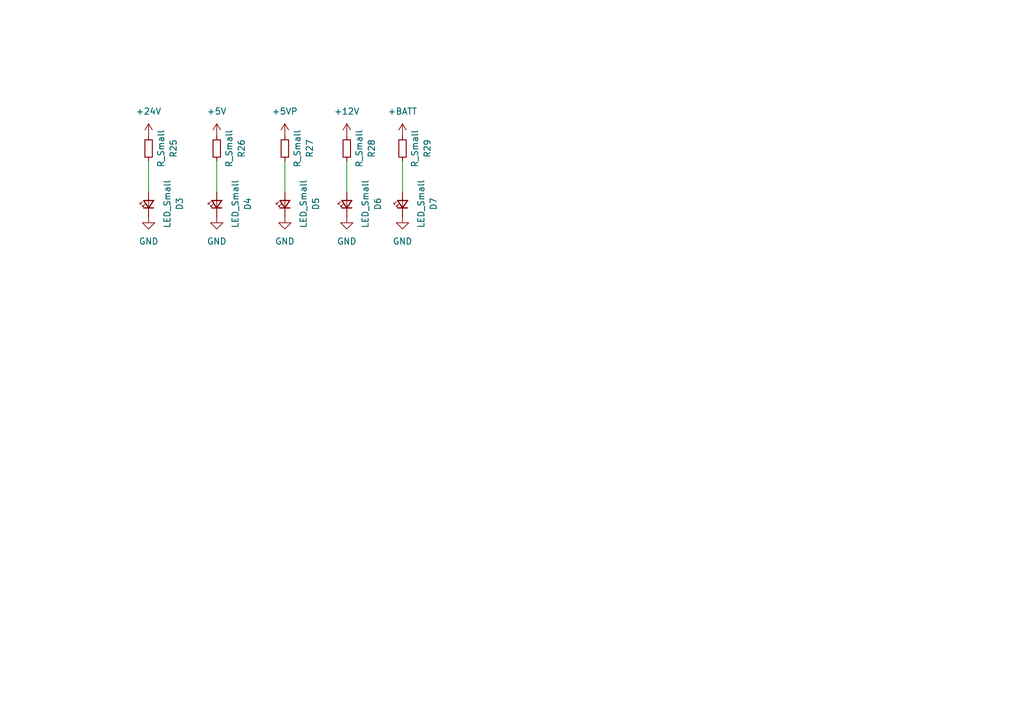
<source format=kicad_sch>
(kicad_sch (version 20250114) (generator "eeschema") (generator_version "9.0")
  (paper "A5")
  (lib_symbols
    (symbol "Device:LED_Small" (pin_numbers (hide yes)) (pin_names (offset 0.254) (hide yes))
      (property "Reference" "D" (at -1.27 3.175 0))
      (property "Value" "LED_Small" (at -4.445 -2.54 0))
      (symbol "LED_Small_0_1"
        (polyline (pts (xy -0.762 -1.016) (xy -0.762 1.016)) (stroke (width 0.254)))
        (polyline (pts (xy 0 0.762) (xy -0.508 1.27) (xy -0.254 1.27) (xy -0.508 1.27) (xy -0.508 1.016)))
        (polyline (pts (xy 0.508 1.27) (xy 0 1.778) (xy 0.254 1.778) (xy 0 1.778) (xy 0 1.524)))
        (polyline (pts (xy 0.762 -1.016) (xy -0.762 0) (xy 0.762 1.016) (xy 0.762 -1.016)) (stroke (width 0.254)))
        (polyline (pts (xy 1.016 0) (xy -0.762 0)))
      )
      (symbol "LED_Small_1_1"
        (pin passive line (at -2.54 0 0) (length 1.778) (name "K") (number "1"))
        (pin passive line (at 2.54 0 180) (length 1.778) (name "A") (number "2"))
      )
    )
    (symbol "Device:R_Small" (pin_numbers (hide yes)) (pin_names (offset 0.254) (hide yes))
      (property "Reference" "R" (at 0.762 0.508 0))
      (property "Value" "R_Small" (at 0.762 -1.016 0))
      (symbol "R_Small_0_1"
        (rectangle (start -0.762 1.778) (end 0.762 -1.778) (stroke (width 0.2032)))
      )
      (symbol "R_Small_1_1"
        (pin passive line (at 0 2.54 270) (length 0.762) (name "~") (number "1"))
        (pin passive line (at 0 -2.54 90) (length 0.762) (name "~") (number "2"))
      )
    )
    (symbol "power:+12V" (power) (pin_numbers (hide yes)) (pin_names (offset 0) (hide yes))
      (property "Value" "+12V" (at 0 3.556 0))
      (symbol "+12V_0_1"
        (polyline (pts (xy -0.762 1.27) (xy 0 2.54)))
        (polyline (pts (xy 0 2.54) (xy 0.762 1.27)))
        (polyline (pts (xy 0 0) (xy 0 2.54)))
      )
      (symbol "+12V_1_1"
        (pin power_in line (at 0 0 90) (length 0) (name "~") (number "1"))
      )
    )
    (symbol "power:+24V" (power) (pin_numbers (hide yes)) (pin_names (offset 0) (hide yes))
      (property "Value" "+24V" (at 0 3.556 0))
      (symbol "+24V_0_1"
        (polyline (pts (xy -0.762 1.27) (xy 0 2.54)))
        (polyline (pts (xy 0 2.54) (xy 0.762 1.27)))
        (polyline (pts (xy 0 0) (xy 0 2.54)))
      )
      (symbol "+24V_1_1"
        (pin power_in line (at 0 0 90) (length 0) (name "~") (number "1"))
      )
    )
    (symbol "power:+5V" (power) (pin_numbers (hide yes)) (pin_names (offset 0) (hide yes))
      (property "Value" "+5V" (at 0 3.556 0))
      (symbol "+5V_0_1"
        (polyline (pts (xy -0.762 1.27) (xy 0 2.54)))
        (polyline (pts (xy 0 2.54) (xy 0.762 1.27)))
        (polyline (pts (xy 0 0) (xy 0 2.54)))
      )
      (symbol "+5V_1_1"
        (pin power_in line (at 0 0 90) (length 0) (name "~") (number "1"))
      )
    )
    (symbol "power:+5VP" (power) (pin_names (offset 0))
      (property "Value" "+5VP" (at 0 3.556 0))
      (symbol "+5VP_0_1"
        (polyline (pts (xy -0.762 1.27) (xy 0 2.54)))
        (polyline (pts (xy 0 2.54) (xy 0.762 1.27)))
        (polyline (pts (xy 0 0) (xy 0 2.54)))
      )
      (symbol "+5VP_1_1"
        (pin power_in line (at 0 0 90) (length 0) (hide yes) (name "+5VP") (number "1"))
      )
    )
    (symbol "power:+BATT" (power) (pin_numbers (hide yes)) (pin_names (offset 0) (hide yes))
      (property "Value" "+BATT" (at 0 3.556 0))
      (symbol "+BATT_0_1"
        (polyline (pts (xy -0.762 1.27) (xy 0 2.54)))
        (polyline (pts (xy 0 2.54) (xy 0.762 1.27)))
        (polyline (pts (xy 0 0) (xy 0 2.54)))
      )
      (symbol "+BATT_1_1"
        (pin power_in line (at 0 0 90) (length 0) (name "~") (number "1"))
      )
    )
    (symbol "power:GND" (power) (pin_numbers (hide yes)) (pin_names (offset 0) (hide yes))
      (property "Value" "GND" (at 0 -3.81 0))
      (symbol "GND_0_1"
        (polyline (pts (xy 0 0) (xy 0 -1.27) (xy 1.27 -1.27) (xy 0 -2.54) (xy -1.27 -1.27) (xy 0 -1.27)))
      )
      (symbol "GND_1_1"
        (pin power_in line (at 0 0 270) (length 0) (name "~") (number "1"))
      )
    )
  )
  (wire (pts (xy 71.12 39.37) (xy 71.12 33.02)))
  (wire (pts (xy 30.48 39.37) (xy 30.48 33.02)))
  (wire (pts (xy 82.55 39.37) (xy 82.55 33.02)))
  (wire (pts (xy 44.45 39.37) (xy 44.45 33.02)))
  (wire (pts (xy 58.42 39.37) (xy 58.42 33.02)))
  (symbol (lib_id "Device:R_Small") (at 71.12 30.48 0) (unit 1)
    (property "Reference" "R28" (at 76.2 30.48 90))
    (property "Value" "R_Small" (at 73.66 30.48 90))
    (property "Footprint" "LED_SMD:LED_1206_3216Metric_Pad1.42x1.75mm_HandSolder" (effects (hide yes)))
  )
  (symbol (lib_id "Device:LED_Small") (at 44.45 41.91 90) (unit 1)
    (property "Reference" "D4" (at 50.8 41.8465 0))
    (property "Value" "LED_Small" (at 48.26 41.8465 0))
    (property "Footprint" "LED_SMD:LED_1206_3216Metric_Pad1.42x1.75mm_HandSolder" (effects (hide yes)))
  )
  (symbol (lib_id "Device:R_Small") (at 44.45 30.48 0) (unit 1)
    (property "Reference" "R26" (at 49.53 30.48 90))
    (property "Value" "R_Small" (at 46.99 30.48 90))
    (property "Footprint" "LED_SMD:LED_1206_3216Metric_Pad1.42x1.75mm_HandSolder" (effects (hide yes)))
  )
  (symbol (lib_id "power:GND") (at 58.42 44.45 0) (unit 1)
    (property "Reference" "#PWR098" (effects (hide yes)))
    (property "Value" "GND" (at 58.42 49.53 0))
  )
  (symbol (lib_id "Device:R_Small") (at 58.42 30.48 0) (unit 1)
    (property "Reference" "R27" (at 63.5 30.48 90))
    (property "Value" "R_Small" (at 60.96 30.48 90))
    (property "Footprint" "LED_SMD:LED_1206_3216Metric_Pad1.42x1.75mm_HandSolder" (effects (hide yes)))
  )
  (symbol (lib_id "power:GND") (at 44.45 44.45 0) (unit 1)
    (property "Reference" "#PWR097" (effects (hide yes)))
    (property "Value" "GND" (at 44.45 49.53 0))
  )
  (symbol (lib_id "power:GND") (at 30.48 44.45 0) (unit 1)
    (property "Reference" "#PWR096" (effects (hide yes)))
    (property "Value" "GND" (at 30.48 49.53 0))
  )
  (symbol (lib_id "Device:R_Small") (at 30.48 30.48 0) (unit 1)
    (property "Reference" "R25" (at 35.56 30.48 90))
    (property "Value" "R_Small" (at 33.02 30.48 90))
    (property "Footprint" "LED_SMD:LED_1206_3216Metric_Pad1.42x1.75mm_HandSolder" (effects (hide yes)))
  )
  (symbol (lib_id "power:GND") (at 71.12 44.45 0) (unit 1)
    (property "Reference" "#PWR099" (effects (hide yes)))
    (property "Value" "GND" (at 71.12 49.53 0))
  )
  (symbol (lib_id "Device:LED_Small") (at 82.55 41.91 90) (unit 1)
    (property "Reference" "D7" (at 88.9 41.8465 0))
    (property "Value" "LED_Small" (at 86.36 41.8465 0))
    (property "Footprint" "LED_SMD:LED_1206_3216Metric_Pad1.42x1.75mm_HandSolder" (effects (hide yes)))
  )
  (symbol (lib_id "power:GND") (at 82.55 44.45 0) (unit 1)
    (property "Reference" "#PWR0105" (effects (hide yes)))
    (property "Value" "GND" (at 82.55 49.53 0))
  )
  (symbol (lib_id "power:+5VP") (at 58.42 27.94 0) (unit 1)
    (property "Reference" "#PWR0102" (effects (hide yes)))
    (property "Value" "+5VP" (at 58.42 22.86 0))
  )
  (symbol (lib_id "power:+BATT") (at 82.55 27.94 0) (unit 1)
    (property "Reference" "#PWR0104" (effects (hide yes)))
    (property "Value" "+BATT" (at 82.55 22.86 0))
  )
  (symbol (lib_id "Device:LED_Small") (at 58.42 41.91 90) (unit 1)
    (property "Reference" "D5" (at 64.77 41.8465 0))
    (property "Value" "LED_Small" (at 62.23 41.8465 0))
    (property "Footprint" "LED_SMD:LED_1206_3216Metric_Pad1.42x1.75mm_HandSolder" (effects (hide yes)))
  )
  (symbol (lib_id "power:+24V") (at 30.48 27.94 0) (unit 1)
    (property "Reference" "#PWR031" (effects (hide yes)))
    (property "Value" "+24V" (at 30.48 22.86 0))
    (property "Description" "Power symbol creates a global label with name \"+24V\"" (effects (hide yes)))
  )
  (symbol (lib_id "Device:R_Small") (at 82.55 30.48 0) (unit 1)
    (property "Reference" "R29" (at 87.63 30.48 90))
    (property "Value" "R_Small" (at 85.09 30.48 90))
    (property "Footprint" "LED_SMD:LED_1206_3216Metric_Pad1.42x1.75mm_HandSolder" (effects (hide yes)))
  )
  (symbol (lib_id "Device:LED_Small") (at 30.48 41.91 90) (unit 1)
    (property "Reference" "D3" (at 36.83 41.8465 0))
    (property "Value" "LED_Small" (at 34.29 41.8465 0))
    (property "Footprint" "LED_SMD:LED_1206_3216Metric_Pad1.42x1.75mm_HandSolder" (effects (hide yes)))
  )
  (symbol (lib_id "power:+12V") (at 71.12 27.94 0) (unit 1)
    (property "Reference" "#PWR0103" (effects (hide yes)))
    (property "Value" "+12V" (at 71.12 22.86 0))
  )
  (symbol (lib_id "Device:LED_Small") (at 71.12 41.91 90) (unit 1)
    (property "Reference" "D6" (at 77.47 41.8465 0))
    (property "Value" "LED_Small" (at 74.93 41.8465 0))
    (property "Footprint" "LED_SMD:LED_1206_3216Metric_Pad1.42x1.75mm_HandSolder" (effects (hide yes)))
  )
  (symbol (lib_id "power:+5V") (at 44.45 27.94 0) (unit 1)
    (property "Reference" "#PWR0101" (effects (hide yes)))
    (property "Value" "+5V" (at 44.45 22.86 0))
  )
)
</source>
